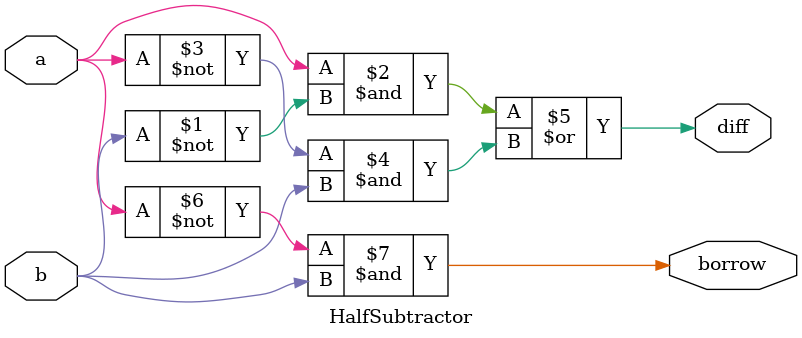
<source format=v>
module HalfSubtractor
(
   input wire a,b,
   output wire diff,borrow
);
assign diff=(a&~b)|(~a&b);
assign borrow=~a&b;
endmodule

</source>
